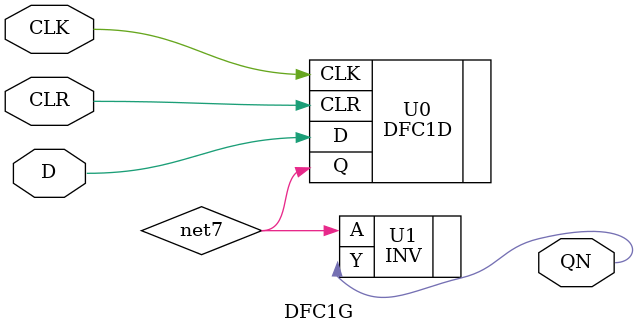
<source format=v>
`timescale 1 ns / 100 ps
module DFC1G( QN, CLK, CLR, D );
output  QN;


input  CLK, CLR, D;









specify 
    specparam CDS_LIBNAME  = "3200DX";
    specparam CDS_CELLNAME = "DFC1G";
    specparam CDS_VIEWNAME = "schematic";
endspecify

INV  U1( .A(net7), .Y(QN));
DFC1D  U0( .D(D), .CLK(CLK), .CLR(CLR), .Q(net7));

endmodule

</source>
